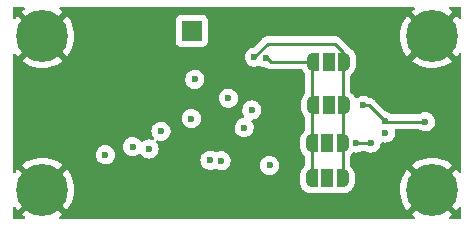
<source format=gbr>
%TF.GenerationSoftware,KiCad,Pcbnew,(6.0.4-0)*%
%TF.CreationDate,2022-07-19T08:11:49-06:00*%
%TF.ProjectId,two-wire-single,74776f2d-7769-4726-952d-73696e676c65,rev?*%
%TF.SameCoordinates,Original*%
%TF.FileFunction,Copper,L4,Bot*%
%TF.FilePolarity,Positive*%
%FSLAX46Y46*%
G04 Gerber Fmt 4.6, Leading zero omitted, Abs format (unit mm)*
G04 Created by KiCad (PCBNEW (6.0.4-0)) date 2022-07-19 08:11:49*
%MOMM*%
%LPD*%
G01*
G04 APERTURE LIST*
G04 Aperture macros list*
%AMFreePoly0*
4,1,22,0.550000,-0.750000,0.000000,-0.750000,0.000000,-0.745033,-0.079941,-0.743568,-0.215256,-0.701293,-0.333266,-0.622738,-0.424486,-0.514219,-0.481581,-0.384460,-0.499164,-0.250000,-0.500000,-0.250000,-0.500000,0.250000,-0.499164,0.250000,-0.499963,0.256109,-0.478152,0.396186,-0.417904,0.524511,-0.324060,0.630769,-0.204165,0.706417,-0.067858,0.745374,0.000000,0.744959,0.000000,0.750000,
0.550000,0.750000,0.550000,-0.750000,0.550000,-0.750000,$1*%
%AMFreePoly1*
4,1,20,0.000000,0.744959,0.073905,0.744508,0.209726,0.703889,0.328688,0.626782,0.421226,0.519385,0.479903,0.390333,0.500000,0.250000,0.500000,-0.250000,0.499851,-0.262216,0.476331,-0.402017,0.414519,-0.529596,0.319384,-0.634700,0.198574,-0.708877,0.061801,-0.746166,0.000000,-0.745033,0.000000,-0.750000,-0.550000,-0.750000,-0.550000,0.750000,0.000000,0.750000,0.000000,0.744959,
0.000000,0.744959,$1*%
G04 Aperture macros list end*
%TA.AperFunction,ComponentPad*%
%ADD10C,0.700000*%
%TD*%
%TA.AperFunction,ComponentPad*%
%ADD11C,4.400000*%
%TD*%
%TA.AperFunction,ComponentPad*%
%ADD12R,1.700000X1.700000*%
%TD*%
%TA.AperFunction,SMDPad,CuDef*%
%ADD13FreePoly0,0.000000*%
%TD*%
%TA.AperFunction,SMDPad,CuDef*%
%ADD14R,1.000000X1.500000*%
%TD*%
%TA.AperFunction,SMDPad,CuDef*%
%ADD15FreePoly1,0.000000*%
%TD*%
%TA.AperFunction,ViaPad*%
%ADD16C,0.600000*%
%TD*%
%TA.AperFunction,Conductor*%
%ADD17C,0.250000*%
%TD*%
G04 APERTURE END LIST*
D10*
%TO.P,MH1,1,Pin_1*%
%TO.N,GNDPWR*%
X101350000Y-84000000D03*
X103000000Y-82350000D03*
X104166726Y-85166726D03*
X104166726Y-82833274D03*
D11*
X103000000Y-84000000D03*
D10*
X104650000Y-84000000D03*
X101833274Y-82833274D03*
X101833274Y-85166726D03*
X103000000Y-85650000D03*
%TD*%
D11*
%TO.P,MH2,1,Pin_1*%
%TO.N,GNDPWR*%
X136000000Y-84000000D03*
D10*
X137166726Y-82833274D03*
X134350000Y-84000000D03*
X137650000Y-84000000D03*
X137166726Y-85166726D03*
X136000000Y-82350000D03*
X136000000Y-85650000D03*
X134833274Y-85166726D03*
X134833274Y-82833274D03*
%TD*%
%TO.P,MH3,1,Pin_1*%
%TO.N,GNDPWR*%
X101833274Y-98166726D03*
D11*
X103000000Y-97000000D03*
D10*
X104166726Y-98166726D03*
X101833274Y-95833274D03*
X104166726Y-95833274D03*
X103000000Y-95350000D03*
X104650000Y-97000000D03*
X101350000Y-97000000D03*
X103000000Y-98650000D03*
%TD*%
D11*
%TO.P,MH4,1,Pin_1*%
%TO.N,GNDPWR*%
X136000000Y-97000000D03*
D10*
X134833274Y-95833274D03*
X134350000Y-97000000D03*
X137650000Y-97000000D03*
X136000000Y-95350000D03*
X137166726Y-98166726D03*
X137166726Y-95833274D03*
X134833274Y-98166726D03*
X136000000Y-98650000D03*
%TD*%
D12*
%TO.P,J3,1,Pin_1*%
%TO.N,/Channel1/~{DRDY}*%
X115650000Y-83550000D03*
%TD*%
D13*
%TO.P,JP12,1,A*%
%TO.N,/Channel1/A0*%
X125950000Y-86150000D03*
D14*
%TO.P,JP12,2,C*%
%TO.N,GND*%
X127250000Y-86150000D03*
D15*
%TO.P,JP12,3,B*%
%TO.N,/Channel1/A1*%
X128550000Y-86150000D03*
%TD*%
D13*
%TO.P,JP13,1,A*%
%TO.N,/Channel1/A0*%
X125950000Y-89850000D03*
D14*
%TO.P,JP13,2,C*%
%TO.N,VD*%
X127250000Y-89850000D03*
D15*
%TO.P,JP13,3,B*%
%TO.N,/Channel1/A1*%
X128550000Y-89850000D03*
%TD*%
D13*
%TO.P,JP14,1,A*%
%TO.N,/Channel1/A0*%
X125850000Y-93050000D03*
D14*
%TO.P,JP14,2,C*%
%TO.N,/Channel1/sda*%
X127150000Y-93050000D03*
D15*
%TO.P,JP14,3,B*%
%TO.N,/Channel1/A1*%
X128450000Y-93050000D03*
%TD*%
D13*
%TO.P,JP9,1,A*%
%TO.N,/Channel1/A0*%
X125850000Y-96050000D03*
D14*
%TO.P,JP9,2,C*%
%TO.N,/Channel1/scl*%
X127150000Y-96050000D03*
D15*
%TO.P,JP9,3,B*%
%TO.N,/Channel1/A1*%
X128450000Y-96050000D03*
%TD*%
D16*
%TO.N,GND*%
X127250000Y-86150000D03*
X120750000Y-90250000D03*
X112050000Y-93550000D03*
X132050000Y-92200000D03*
X118750000Y-89250000D03*
X122250000Y-94950000D03*
X113050000Y-92050000D03*
%TO.N,/Channel1/AIN1*%
X117201808Y-94501808D03*
X110650000Y-93350000D03*
%TO.N,/Channel1/AIN0*%
X108350000Y-94050000D03*
X118150000Y-94550000D03*
%TO.N,VD*%
X132000000Y-91200000D03*
X127250000Y-89850000D03*
X135450000Y-91250000D03*
X130200000Y-89850000D03*
%TO.N,Net-(C11-Pad2)*%
X115925000Y-87650000D03*
X115625000Y-90975000D03*
%TO.N,/Channel1/A1*%
X120968090Y-85773551D03*
%TO.N,/Channel1/A0*%
X121950000Y-85850000D03*
%TO.N,/Channel1/~{DRDY}*%
X120100000Y-91750000D03*
%TO.N,/sda-tx*%
X129600010Y-93050000D03*
X130850010Y-93050000D03*
%TO.N,/Channel1/sda*%
X127150000Y-93050000D03*
%TO.N,/Channel1/scl*%
X127150000Y-96050000D03*
%TD*%
D17*
%TO.N,VD*%
X130650000Y-89850000D02*
X132000000Y-91200000D01*
X132050000Y-91250000D02*
X132000000Y-91200000D01*
X135450000Y-91250000D02*
X132050000Y-91250000D01*
X130200000Y-89850000D02*
X130650000Y-89850000D01*
%TO.N,/Channel1/A1*%
X122091641Y-84650000D02*
X127797592Y-84650000D01*
X127797592Y-84650000D02*
X128450000Y-85302408D01*
X128450000Y-95302408D02*
X128450000Y-96050000D01*
X128450000Y-85302408D02*
X128450000Y-95302408D01*
X120968090Y-85773551D02*
X122091641Y-84650000D01*
%TO.N,/Channel1/A0*%
X122350000Y-86150000D02*
X122050000Y-85850000D01*
X125850000Y-96050000D02*
X125850000Y-86250000D01*
X125950000Y-86150000D02*
X122350000Y-86150000D01*
X122050000Y-85850000D02*
X121950000Y-85850000D01*
%TO.N,/sda-tx*%
X130850010Y-93050000D02*
X129600010Y-93050000D01*
%TD*%
%TA.AperFunction,Conductor*%
%TO.N,GNDPWR*%
G36*
X101501296Y-81528502D02*
G01*
X101547789Y-81582158D01*
X101557893Y-81652432D01*
X101528399Y-81717012D01*
X101497597Y-81742786D01*
X101478350Y-81754237D01*
X101472091Y-81758490D01*
X101286385Y-81901762D01*
X101277917Y-81913423D01*
X101284520Y-81925309D01*
X102987190Y-83627980D01*
X103001131Y-83635592D01*
X103002966Y-83635461D01*
X103009580Y-83631210D01*
X104714559Y-81926230D01*
X104721571Y-81913389D01*
X104713777Y-81902701D01*
X104551298Y-81774613D01*
X104545075Y-81770288D01*
X104498813Y-81742105D01*
X104451044Y-81689582D01*
X104439254Y-81619571D01*
X104467186Y-81554300D01*
X104525972Y-81514492D01*
X104564366Y-81508500D01*
X134433175Y-81508500D01*
X134501296Y-81528502D01*
X134547789Y-81582158D01*
X134557893Y-81652432D01*
X134528399Y-81717012D01*
X134497597Y-81742786D01*
X134478350Y-81754237D01*
X134472091Y-81758490D01*
X134286385Y-81901762D01*
X134277917Y-81913423D01*
X134284520Y-81925309D01*
X135987190Y-83627980D01*
X136001131Y-83635592D01*
X136002966Y-83635461D01*
X136009580Y-83631210D01*
X137714559Y-81926230D01*
X137721571Y-81913389D01*
X137713777Y-81902701D01*
X137551298Y-81774613D01*
X137545075Y-81770288D01*
X137498813Y-81742105D01*
X137451044Y-81689582D01*
X137439254Y-81619571D01*
X137467186Y-81554300D01*
X137525972Y-81514492D01*
X137564366Y-81508500D01*
X138365500Y-81508500D01*
X138433621Y-81528502D01*
X138480114Y-81582158D01*
X138491500Y-81634500D01*
X138491500Y-82434491D01*
X138471498Y-82502612D01*
X138417842Y-82549105D01*
X138347568Y-82559209D01*
X138282988Y-82529715D01*
X138257553Y-82499480D01*
X138237763Y-82466609D01*
X138233481Y-82460377D01*
X138097991Y-82286647D01*
X138086199Y-82278178D01*
X138074486Y-82284725D01*
X136372020Y-83987190D01*
X136364408Y-84001131D01*
X136364539Y-84002966D01*
X136368790Y-84009580D01*
X138073285Y-85714074D01*
X138086408Y-85721240D01*
X138096709Y-85713851D01*
X138200751Y-85586055D01*
X138205159Y-85579921D01*
X138258938Y-85494686D01*
X138312205Y-85447748D01*
X138382392Y-85437059D01*
X138447217Y-85466014D01*
X138486096Y-85525418D01*
X138491500Y-85561922D01*
X138491500Y-95434491D01*
X138471498Y-95502612D01*
X138417842Y-95549105D01*
X138347568Y-95559209D01*
X138282988Y-95529715D01*
X138257553Y-95499480D01*
X138237763Y-95466609D01*
X138233481Y-95460377D01*
X138097991Y-95286647D01*
X138086199Y-95278178D01*
X138074486Y-95284725D01*
X136372020Y-96987190D01*
X136364408Y-97001131D01*
X136364539Y-97002966D01*
X136368790Y-97009580D01*
X138073285Y-98714074D01*
X138086408Y-98721240D01*
X138096709Y-98713851D01*
X138200751Y-98586055D01*
X138205159Y-98579921D01*
X138258938Y-98494686D01*
X138312205Y-98447748D01*
X138382392Y-98437059D01*
X138447217Y-98466014D01*
X138486096Y-98525418D01*
X138491500Y-98561922D01*
X138491500Y-99365500D01*
X138471498Y-99433621D01*
X138417842Y-99480114D01*
X138365500Y-99491500D01*
X137569317Y-99491500D01*
X137501196Y-99471498D01*
X137454703Y-99417842D01*
X137444599Y-99347568D01*
X137474093Y-99282988D01*
X137499596Y-99260548D01*
X137504347Y-99257392D01*
X137714305Y-99098889D01*
X137722761Y-99087496D01*
X137716045Y-99075256D01*
X136012810Y-97372020D01*
X135998869Y-97364408D01*
X135997034Y-97364539D01*
X135990420Y-97368790D01*
X134285818Y-99073393D01*
X134278703Y-99086423D01*
X134286227Y-99096854D01*
X134425483Y-99209020D01*
X134431664Y-99213413D01*
X134504100Y-99258588D01*
X134551317Y-99311608D01*
X134562373Y-99381738D01*
X134533759Y-99446713D01*
X134474559Y-99485903D01*
X134437424Y-99491500D01*
X104569317Y-99491500D01*
X104501196Y-99471498D01*
X104454703Y-99417842D01*
X104444599Y-99347568D01*
X104474093Y-99282988D01*
X104499596Y-99260548D01*
X104504347Y-99257392D01*
X104714305Y-99098889D01*
X104722761Y-99087496D01*
X104716045Y-99075256D01*
X103012810Y-97372020D01*
X102998869Y-97364408D01*
X102997034Y-97364539D01*
X102990420Y-97368790D01*
X101285818Y-99073393D01*
X101278703Y-99086423D01*
X101286227Y-99096854D01*
X101425483Y-99209020D01*
X101431664Y-99213413D01*
X101504100Y-99258588D01*
X101551317Y-99311608D01*
X101562373Y-99381738D01*
X101533759Y-99446713D01*
X101474559Y-99485903D01*
X101437424Y-99491500D01*
X100634500Y-99491500D01*
X100566379Y-99471498D01*
X100519886Y-99417842D01*
X100508500Y-99365500D01*
X100508500Y-98568320D01*
X100528502Y-98500199D01*
X100582158Y-98453706D01*
X100652432Y-98443602D01*
X100717012Y-98473096D01*
X100743120Y-98504463D01*
X100746296Y-98509866D01*
X100750519Y-98516150D01*
X100901463Y-98713934D01*
X100912989Y-98722396D01*
X100925054Y-98715735D01*
X102627980Y-97012810D01*
X102634357Y-97001131D01*
X103364408Y-97001131D01*
X103364539Y-97002966D01*
X103368790Y-97009580D01*
X105073285Y-98714074D01*
X105086408Y-98721240D01*
X105096709Y-98713851D01*
X105200751Y-98586055D01*
X105205164Y-98579914D01*
X105375349Y-98310187D01*
X105379005Y-98303536D01*
X105515544Y-98015335D01*
X105518375Y-98008295D01*
X105619306Y-97705767D01*
X105621270Y-97698433D01*
X105685122Y-97385989D01*
X105686194Y-97378465D01*
X105712173Y-97059051D01*
X105712378Y-97054576D01*
X105712927Y-97002221D01*
X105712817Y-96997789D01*
X105693529Y-96677853D01*
X105692621Y-96670351D01*
X105635319Y-96356593D01*
X105633518Y-96349260D01*
X105538935Y-96044655D01*
X105536263Y-96037583D01*
X105405781Y-95746570D01*
X105402264Y-95739843D01*
X105237771Y-95466621D01*
X105233481Y-95460377D01*
X105097991Y-95286647D01*
X105086199Y-95278178D01*
X105074486Y-95284725D01*
X103372020Y-96987190D01*
X103364408Y-97001131D01*
X102634357Y-97001131D01*
X102635592Y-96998869D01*
X102635461Y-96997034D01*
X102631210Y-96990420D01*
X100926445Y-95285656D01*
X100913510Y-95278592D01*
X100902949Y-95286252D01*
X100782766Y-95437072D01*
X100778410Y-95443270D01*
X100741760Y-95502727D01*
X100688988Y-95550220D01*
X100618916Y-95561644D01*
X100553792Y-95533370D01*
X100514293Y-95474376D01*
X100508500Y-95436611D01*
X100508500Y-94913423D01*
X101277917Y-94913423D01*
X101284520Y-94925309D01*
X102987190Y-96627980D01*
X103001131Y-96635592D01*
X103002966Y-96635461D01*
X103009580Y-96631210D01*
X104714559Y-94926230D01*
X104721571Y-94913389D01*
X104713777Y-94902701D01*
X104551298Y-94774613D01*
X104545075Y-94770288D01*
X104272702Y-94604357D01*
X104266025Y-94600822D01*
X103975686Y-94468813D01*
X103968616Y-94466099D01*
X103664537Y-94369932D01*
X103657186Y-94368085D01*
X103343746Y-94309142D01*
X103336237Y-94308194D01*
X103017989Y-94287335D01*
X103010424Y-94287295D01*
X102691964Y-94304821D01*
X102684450Y-94305690D01*
X102370405Y-94361348D01*
X102363044Y-94363115D01*
X102057980Y-94456092D01*
X102050860Y-94458740D01*
X101759182Y-94587690D01*
X101752445Y-94591167D01*
X101478355Y-94754233D01*
X101472091Y-94758490D01*
X101286385Y-94901762D01*
X101277917Y-94913423D01*
X100508500Y-94913423D01*
X100508500Y-94038640D01*
X107536463Y-94038640D01*
X107554163Y-94219160D01*
X107611418Y-94391273D01*
X107615065Y-94397295D01*
X107615066Y-94397297D01*
X107658378Y-94468813D01*
X107705380Y-94546424D01*
X107710269Y-94551487D01*
X107710270Y-94551488D01*
X107748588Y-94591167D01*
X107831382Y-94676902D01*
X107837278Y-94680760D01*
X107963093Y-94763091D01*
X107983159Y-94776222D01*
X107989763Y-94778678D01*
X107989765Y-94778679D01*
X108146558Y-94836990D01*
X108146560Y-94836990D01*
X108153168Y-94839448D01*
X108236995Y-94850633D01*
X108325980Y-94862507D01*
X108325984Y-94862507D01*
X108332961Y-94863438D01*
X108339972Y-94862800D01*
X108339976Y-94862800D01*
X108482459Y-94849832D01*
X108513600Y-94846998D01*
X108520302Y-94844820D01*
X108520304Y-94844820D01*
X108679409Y-94793124D01*
X108679412Y-94793123D01*
X108686108Y-94790947D01*
X108841912Y-94698069D01*
X108973266Y-94572982D01*
X109028101Y-94490448D01*
X116388271Y-94490448D01*
X116405971Y-94670968D01*
X116463226Y-94843081D01*
X116466873Y-94849103D01*
X116466874Y-94849105D01*
X116549330Y-94985256D01*
X116557188Y-94998232D01*
X116562077Y-95003295D01*
X116562078Y-95003296D01*
X116566671Y-95008052D01*
X116683190Y-95128710D01*
X116729356Y-95158920D01*
X116764941Y-95182206D01*
X116834967Y-95228030D01*
X116841571Y-95230486D01*
X116841573Y-95230487D01*
X116998366Y-95288798D01*
X116998368Y-95288798D01*
X117004976Y-95291256D01*
X117074900Y-95300586D01*
X117177788Y-95314315D01*
X117177792Y-95314315D01*
X117184769Y-95315246D01*
X117191780Y-95314608D01*
X117191784Y-95314608D01*
X117334267Y-95301640D01*
X117365408Y-95298806D01*
X117372110Y-95296628D01*
X117372112Y-95296628D01*
X117531217Y-95244932D01*
X117531220Y-95244931D01*
X117537916Y-95242755D01*
X117562618Y-95228030D01*
X117571859Y-95222521D01*
X117640614Y-95204821D01*
X117705368Y-95225317D01*
X117783159Y-95276222D01*
X117789763Y-95278678D01*
X117789765Y-95278679D01*
X117946558Y-95336990D01*
X117946560Y-95336990D01*
X117953168Y-95339448D01*
X118036995Y-95350633D01*
X118125980Y-95362507D01*
X118125984Y-95362507D01*
X118132961Y-95363438D01*
X118139972Y-95362800D01*
X118139976Y-95362800D01*
X118282459Y-95349832D01*
X118313600Y-95346998D01*
X118320302Y-95344820D01*
X118320304Y-95344820D01*
X118479409Y-95293124D01*
X118479412Y-95293123D01*
X118486108Y-95290947D01*
X118598124Y-95224172D01*
X118635860Y-95201677D01*
X118635862Y-95201676D01*
X118641912Y-95198069D01*
X118773266Y-95072982D01*
X118862522Y-94938640D01*
X121436463Y-94938640D01*
X121454163Y-95119160D01*
X121511418Y-95291273D01*
X121515065Y-95297295D01*
X121515066Y-95297297D01*
X121540594Y-95339448D01*
X121605380Y-95446424D01*
X121610269Y-95451487D01*
X121610270Y-95451488D01*
X121685814Y-95529715D01*
X121731382Y-95576902D01*
X121883159Y-95676222D01*
X121889763Y-95678678D01*
X121889765Y-95678679D01*
X122046558Y-95736990D01*
X122046560Y-95736990D01*
X122053168Y-95739448D01*
X122136995Y-95750633D01*
X122225980Y-95762507D01*
X122225984Y-95762507D01*
X122232961Y-95763438D01*
X122239972Y-95762800D01*
X122239976Y-95762800D01*
X122382459Y-95749832D01*
X122413600Y-95746998D01*
X122420302Y-95744820D01*
X122420304Y-95744820D01*
X122579409Y-95693124D01*
X122579412Y-95693123D01*
X122586108Y-95690947D01*
X122741912Y-95598069D01*
X122873266Y-95472982D01*
X122973643Y-95321902D01*
X123038055Y-95152338D01*
X123039035Y-95145366D01*
X123062748Y-94976639D01*
X123062748Y-94976636D01*
X123063299Y-94972717D01*
X123063616Y-94950000D01*
X123043397Y-94769745D01*
X123041080Y-94763091D01*
X122986064Y-94605106D01*
X122986062Y-94605103D01*
X122983745Y-94598448D01*
X122916260Y-94490448D01*
X122891359Y-94450598D01*
X122887626Y-94444624D01*
X122878835Y-94435771D01*
X122764778Y-94320915D01*
X122764774Y-94320912D01*
X122759815Y-94315918D01*
X122748697Y-94308862D01*
X122670000Y-94258920D01*
X122606666Y-94218727D01*
X122549716Y-94198448D01*
X122442425Y-94160243D01*
X122442420Y-94160242D01*
X122435790Y-94157881D01*
X122428802Y-94157048D01*
X122428799Y-94157047D01*
X122286222Y-94140046D01*
X122255680Y-94136404D01*
X122248677Y-94137140D01*
X122248676Y-94137140D01*
X122082288Y-94154628D01*
X122082286Y-94154629D01*
X122075288Y-94155364D01*
X121903579Y-94213818D01*
X121897575Y-94217512D01*
X121755095Y-94305166D01*
X121755092Y-94305168D01*
X121749088Y-94308862D01*
X121744053Y-94313793D01*
X121744050Y-94313795D01*
X121627660Y-94427773D01*
X121619493Y-94435771D01*
X121521235Y-94588238D01*
X121518826Y-94594858D01*
X121518824Y-94594861D01*
X121464045Y-94745366D01*
X121459197Y-94758685D01*
X121436463Y-94938640D01*
X118862522Y-94938640D01*
X118873643Y-94921902D01*
X118928982Y-94776222D01*
X118935555Y-94758920D01*
X118935556Y-94758918D01*
X118938055Y-94752338D01*
X118939035Y-94745366D01*
X118962748Y-94576639D01*
X118962748Y-94576636D01*
X118963299Y-94572717D01*
X118963616Y-94550000D01*
X118943397Y-94369745D01*
X118941080Y-94363091D01*
X118886064Y-94205106D01*
X118886062Y-94205103D01*
X118883745Y-94198448D01*
X118856823Y-94155364D01*
X118791359Y-94050598D01*
X118787626Y-94044624D01*
X118776488Y-94033408D01*
X118664778Y-93920915D01*
X118664774Y-93920912D01*
X118659815Y-93915918D01*
X118636192Y-93900926D01*
X118587058Y-93869745D01*
X118506666Y-93818727D01*
X118477463Y-93808328D01*
X118342425Y-93760243D01*
X118342420Y-93760242D01*
X118335790Y-93757881D01*
X118328802Y-93757048D01*
X118328799Y-93757047D01*
X118205698Y-93742368D01*
X118155680Y-93736404D01*
X118148677Y-93737140D01*
X118148676Y-93737140D01*
X117982288Y-93754628D01*
X117982286Y-93754629D01*
X117975288Y-93755364D01*
X117909826Y-93777649D01*
X117810249Y-93811547D01*
X117810246Y-93811548D01*
X117803579Y-93813818D01*
X117780813Y-93827824D01*
X117712312Y-93846482D01*
X117647277Y-93826891D01*
X117640367Y-93822506D01*
X117558474Y-93770535D01*
X117507371Y-93752338D01*
X117394233Y-93712051D01*
X117394228Y-93712050D01*
X117387598Y-93709689D01*
X117380610Y-93708856D01*
X117380607Y-93708855D01*
X117257506Y-93694176D01*
X117207488Y-93688212D01*
X117200485Y-93688948D01*
X117200484Y-93688948D01*
X117034096Y-93706436D01*
X117034094Y-93706437D01*
X117027096Y-93707172D01*
X116855387Y-93765626D01*
X116847408Y-93770535D01*
X116706903Y-93856974D01*
X116706900Y-93856976D01*
X116700896Y-93860670D01*
X116695861Y-93865601D01*
X116695858Y-93865603D01*
X116620904Y-93939004D01*
X116571301Y-93987579D01*
X116473043Y-94140046D01*
X116470634Y-94146666D01*
X116470632Y-94146669D01*
X116443030Y-94222506D01*
X116411005Y-94310493D01*
X116388271Y-94490448D01*
X109028101Y-94490448D01*
X109073643Y-94421902D01*
X109138055Y-94252338D01*
X109139035Y-94245366D01*
X109162748Y-94076639D01*
X109162748Y-94076636D01*
X109163299Y-94072717D01*
X109163616Y-94050000D01*
X109143397Y-93869745D01*
X109141080Y-93863091D01*
X109086064Y-93705106D01*
X109086062Y-93705103D01*
X109083745Y-93698448D01*
X109048940Y-93642748D01*
X108991359Y-93550598D01*
X108987626Y-93544624D01*
X108955379Y-93512151D01*
X108864778Y-93420915D01*
X108864774Y-93420912D01*
X108859815Y-93415918D01*
X108848697Y-93408862D01*
X108779396Y-93364883D01*
X108738044Y-93338640D01*
X109836463Y-93338640D01*
X109854163Y-93519160D01*
X109911418Y-93691273D01*
X109915065Y-93697295D01*
X109915066Y-93697297D01*
X110001720Y-93840380D01*
X110005380Y-93846424D01*
X110010269Y-93851487D01*
X110010270Y-93851488D01*
X110071907Y-93915314D01*
X110131382Y-93976902D01*
X110156305Y-93993211D01*
X110248846Y-94053768D01*
X110283159Y-94076222D01*
X110289763Y-94078678D01*
X110289765Y-94078679D01*
X110446558Y-94136990D01*
X110446560Y-94136990D01*
X110453168Y-94139448D01*
X110536995Y-94150633D01*
X110625980Y-94162507D01*
X110625984Y-94162507D01*
X110632961Y-94163438D01*
X110639972Y-94162800D01*
X110639976Y-94162800D01*
X110783625Y-94149726D01*
X110813600Y-94146998D01*
X110820302Y-94144820D01*
X110820304Y-94144820D01*
X110979409Y-94093124D01*
X110979412Y-94093123D01*
X110986108Y-94090947D01*
X111121698Y-94010119D01*
X111135860Y-94001677D01*
X111135862Y-94001676D01*
X111141912Y-93998069D01*
X111164579Y-93976484D01*
X111176951Y-93964702D01*
X111240076Y-93932210D01*
X111310747Y-93939004D01*
X111366526Y-93982926D01*
X111371615Y-93990671D01*
X111379505Y-94003699D01*
X111401264Y-94039627D01*
X111405380Y-94046424D01*
X111410269Y-94051487D01*
X111410270Y-94051488D01*
X111440307Y-94082592D01*
X111531382Y-94176902D01*
X111683159Y-94276222D01*
X111689763Y-94278678D01*
X111689765Y-94278679D01*
X111846558Y-94336990D01*
X111846560Y-94336990D01*
X111853168Y-94339448D01*
X111936995Y-94350633D01*
X112025980Y-94362507D01*
X112025984Y-94362507D01*
X112032961Y-94363438D01*
X112039972Y-94362800D01*
X112039976Y-94362800D01*
X112182459Y-94349832D01*
X112213600Y-94346998D01*
X112220302Y-94344820D01*
X112220304Y-94344820D01*
X112379409Y-94293124D01*
X112379412Y-94293123D01*
X112386108Y-94290947D01*
X112509296Y-94217512D01*
X112535860Y-94201677D01*
X112535862Y-94201676D01*
X112541912Y-94198069D01*
X112673266Y-94072982D01*
X112773643Y-93921902D01*
X112832041Y-93768170D01*
X112835555Y-93758920D01*
X112835556Y-93758918D01*
X112838055Y-93752338D01*
X112840191Y-93737140D01*
X112862748Y-93576639D01*
X112862748Y-93576636D01*
X112863299Y-93572717D01*
X112863616Y-93550000D01*
X112843397Y-93369745D01*
X112823921Y-93313818D01*
X112786064Y-93205106D01*
X112786062Y-93205103D01*
X112783745Y-93198448D01*
X112687626Y-93044624D01*
X112671447Y-93028331D01*
X112637639Y-92965902D01*
X112642950Y-92895104D01*
X112685694Y-92838417D01*
X112752301Y-92813838D01*
X112804770Y-92821449D01*
X112853168Y-92839448D01*
X112936687Y-92850592D01*
X113025980Y-92862507D01*
X113025984Y-92862507D01*
X113032961Y-92863438D01*
X113039972Y-92862800D01*
X113039976Y-92862800D01*
X113182459Y-92849832D01*
X113213600Y-92846998D01*
X113220302Y-92844820D01*
X113220304Y-92844820D01*
X113379409Y-92793124D01*
X113379412Y-92793123D01*
X113386108Y-92790947D01*
X113513854Y-92714795D01*
X113535860Y-92701677D01*
X113535862Y-92701676D01*
X113541912Y-92698069D01*
X113673266Y-92572982D01*
X113773643Y-92421902D01*
X113835052Y-92260243D01*
X113835555Y-92258920D01*
X113835556Y-92258918D01*
X113838055Y-92252338D01*
X113840191Y-92237140D01*
X113862748Y-92076639D01*
X113862748Y-92076636D01*
X113863299Y-92072717D01*
X113863616Y-92050000D01*
X113843397Y-91869745D01*
X113841080Y-91863091D01*
X113786064Y-91705106D01*
X113786062Y-91705103D01*
X113783745Y-91698448D01*
X113773662Y-91682312D01*
X113691359Y-91550598D01*
X113687626Y-91544624D01*
X113646134Y-91502841D01*
X113564778Y-91420915D01*
X113564774Y-91420912D01*
X113559815Y-91415918D01*
X113548697Y-91408862D01*
X113460314Y-91352773D01*
X113406666Y-91318727D01*
X113377463Y-91308328D01*
X113242425Y-91260243D01*
X113242420Y-91260242D01*
X113235790Y-91257881D01*
X113228802Y-91257048D01*
X113228799Y-91257047D01*
X113105698Y-91242368D01*
X113055680Y-91236404D01*
X113048677Y-91237140D01*
X113048676Y-91237140D01*
X112882288Y-91254628D01*
X112882286Y-91254629D01*
X112875288Y-91255364D01*
X112703579Y-91313818D01*
X112665161Y-91337453D01*
X112555095Y-91405166D01*
X112555092Y-91405168D01*
X112549088Y-91408862D01*
X112544053Y-91413793D01*
X112544050Y-91413795D01*
X112453120Y-91502841D01*
X112419493Y-91535771D01*
X112321235Y-91688238D01*
X112318826Y-91694858D01*
X112318824Y-91694861D01*
X112261606Y-91852066D01*
X112259197Y-91858685D01*
X112236463Y-92038640D01*
X112254163Y-92219160D01*
X112311418Y-92391273D01*
X112315065Y-92397295D01*
X112315066Y-92397297D01*
X112401720Y-92540380D01*
X112405380Y-92546424D01*
X112410271Y-92551489D01*
X112410275Y-92551494D01*
X112432305Y-92574307D01*
X112465237Y-92637203D01*
X112458937Y-92707920D01*
X112415404Y-92764004D01*
X112348461Y-92787650D01*
X112299402Y-92780532D01*
X112272991Y-92771128D01*
X112242424Y-92760243D01*
X112242422Y-92760243D01*
X112235790Y-92757881D01*
X112228802Y-92757048D01*
X112228799Y-92757047D01*
X112105698Y-92742368D01*
X112055680Y-92736404D01*
X112048677Y-92737140D01*
X112048676Y-92737140D01*
X111882288Y-92754628D01*
X111882286Y-92754629D01*
X111875288Y-92755364D01*
X111703579Y-92813818D01*
X111667895Y-92835771D01*
X111555095Y-92905166D01*
X111555092Y-92905168D01*
X111549088Y-92908862D01*
X111544053Y-92913793D01*
X111544050Y-92913795D01*
X111523751Y-92933674D01*
X111461086Y-92967045D01*
X111390327Y-92961239D01*
X111333940Y-92918100D01*
X111328758Y-92910449D01*
X111287626Y-92844624D01*
X111257054Y-92813838D01*
X111164778Y-92720915D01*
X111164774Y-92720912D01*
X111159815Y-92715918D01*
X111151078Y-92710373D01*
X111098335Y-92676902D01*
X111006666Y-92618727D01*
X110977463Y-92608328D01*
X110842425Y-92560243D01*
X110842420Y-92560242D01*
X110835790Y-92557881D01*
X110828802Y-92557048D01*
X110828799Y-92557047D01*
X110705698Y-92542368D01*
X110655680Y-92536404D01*
X110648677Y-92537140D01*
X110648676Y-92537140D01*
X110482288Y-92554628D01*
X110482286Y-92554629D01*
X110475288Y-92555364D01*
X110303579Y-92613818D01*
X110241109Y-92652250D01*
X110155095Y-92705166D01*
X110155092Y-92705168D01*
X110149088Y-92708862D01*
X110144053Y-92713793D01*
X110144050Y-92713795D01*
X110034118Y-92821449D01*
X110019493Y-92835771D01*
X109921235Y-92988238D01*
X109918826Y-92994858D01*
X109918824Y-92994861D01*
X109890487Y-93072717D01*
X109859197Y-93158685D01*
X109836463Y-93338640D01*
X108738044Y-93338640D01*
X108706666Y-93318727D01*
X108677463Y-93308328D01*
X108542425Y-93260243D01*
X108542420Y-93260242D01*
X108535790Y-93257881D01*
X108528802Y-93257048D01*
X108528799Y-93257047D01*
X108405698Y-93242368D01*
X108355680Y-93236404D01*
X108348677Y-93237140D01*
X108348676Y-93237140D01*
X108182288Y-93254628D01*
X108182286Y-93254629D01*
X108175288Y-93255364D01*
X108003579Y-93313818D01*
X107997575Y-93317512D01*
X107855095Y-93405166D01*
X107855092Y-93405168D01*
X107849088Y-93408862D01*
X107844053Y-93413793D01*
X107844050Y-93413795D01*
X107729630Y-93525844D01*
X107719493Y-93535771D01*
X107621235Y-93688238D01*
X107618826Y-93694858D01*
X107618824Y-93694861D01*
X107561606Y-93852066D01*
X107559197Y-93858685D01*
X107536463Y-94038640D01*
X100508500Y-94038640D01*
X100508500Y-90963640D01*
X114811463Y-90963640D01*
X114829163Y-91144160D01*
X114886418Y-91316273D01*
X114890065Y-91322295D01*
X114890066Y-91322297D01*
X114964599Y-91445366D01*
X114980380Y-91471424D01*
X115106382Y-91601902D01*
X115258159Y-91701222D01*
X115264763Y-91703678D01*
X115264765Y-91703679D01*
X115421558Y-91761990D01*
X115421560Y-91761990D01*
X115428168Y-91764448D01*
X115511995Y-91775633D01*
X115600980Y-91787507D01*
X115600984Y-91787507D01*
X115607961Y-91788438D01*
X115614972Y-91787800D01*
X115614976Y-91787800D01*
X115757459Y-91774832D01*
X115788600Y-91771998D01*
X115795302Y-91769820D01*
X115795304Y-91769820D01*
X115891267Y-91738640D01*
X119286463Y-91738640D01*
X119304163Y-91919160D01*
X119361418Y-92091273D01*
X119365065Y-92097295D01*
X119365066Y-92097297D01*
X119449817Y-92237238D01*
X119455380Y-92246424D01*
X119460269Y-92251487D01*
X119460270Y-92251488D01*
X119468674Y-92260190D01*
X119581382Y-92376902D01*
X119733159Y-92476222D01*
X119739763Y-92478678D01*
X119739765Y-92478679D01*
X119896558Y-92536990D01*
X119896560Y-92536990D01*
X119903168Y-92539448D01*
X119986995Y-92550633D01*
X120075980Y-92562507D01*
X120075984Y-92562507D01*
X120082961Y-92563438D01*
X120089972Y-92562800D01*
X120089976Y-92562800D01*
X120232459Y-92549832D01*
X120263600Y-92546998D01*
X120270302Y-92544820D01*
X120270304Y-92544820D01*
X120429409Y-92493124D01*
X120429412Y-92493123D01*
X120436108Y-92490947D01*
X120561970Y-92415918D01*
X120585860Y-92401677D01*
X120585862Y-92401676D01*
X120591912Y-92398069D01*
X120723266Y-92272982D01*
X120823643Y-92121902D01*
X120874759Y-91987340D01*
X120885555Y-91958920D01*
X120885556Y-91958918D01*
X120888055Y-91952338D01*
X120889035Y-91945366D01*
X120912748Y-91776639D01*
X120912748Y-91776636D01*
X120913299Y-91772717D01*
X120913616Y-91750000D01*
X120893397Y-91569745D01*
X120891080Y-91563091D01*
X120836064Y-91405106D01*
X120836062Y-91405103D01*
X120833745Y-91398448D01*
X120738780Y-91246471D01*
X120719645Y-91178104D01*
X120740510Y-91110243D01*
X120794752Y-91064435D01*
X120834215Y-91054223D01*
X120882846Y-91049797D01*
X120913600Y-91046998D01*
X120920302Y-91044820D01*
X120920304Y-91044820D01*
X121079409Y-90993124D01*
X121079412Y-90993123D01*
X121086108Y-90990947D01*
X121199105Y-90923587D01*
X121235860Y-90901677D01*
X121235862Y-90901676D01*
X121241912Y-90898069D01*
X121373266Y-90772982D01*
X121473643Y-90621902D01*
X121516179Y-90509926D01*
X121535555Y-90458920D01*
X121535556Y-90458918D01*
X121538055Y-90452338D01*
X121540191Y-90437140D01*
X121562748Y-90276639D01*
X121562748Y-90276636D01*
X121563299Y-90272717D01*
X121563616Y-90250000D01*
X121543397Y-90069745D01*
X121541080Y-90063091D01*
X121486064Y-89905106D01*
X121486062Y-89905103D01*
X121483745Y-89898448D01*
X121387626Y-89744624D01*
X121309858Y-89666311D01*
X121264778Y-89620915D01*
X121264774Y-89620912D01*
X121259815Y-89615918D01*
X121248697Y-89608862D01*
X121200538Y-89578300D01*
X121106666Y-89518727D01*
X121077463Y-89508328D01*
X120942425Y-89460243D01*
X120942420Y-89460242D01*
X120935790Y-89457881D01*
X120928802Y-89457048D01*
X120928799Y-89457047D01*
X120805698Y-89442368D01*
X120755680Y-89436404D01*
X120748677Y-89437140D01*
X120748676Y-89437140D01*
X120582288Y-89454628D01*
X120582286Y-89454629D01*
X120575288Y-89455364D01*
X120403579Y-89513818D01*
X120397575Y-89517512D01*
X120255095Y-89605166D01*
X120255092Y-89605168D01*
X120249088Y-89608862D01*
X120244053Y-89613793D01*
X120244050Y-89613795D01*
X120124525Y-89730843D01*
X120119493Y-89735771D01*
X120021235Y-89888238D01*
X120018826Y-89894858D01*
X120018824Y-89894861D01*
X119964243Y-90044820D01*
X119959197Y-90058685D01*
X119936463Y-90238640D01*
X119954163Y-90419160D01*
X120011418Y-90591273D01*
X120015065Y-90597295D01*
X120015066Y-90597297D01*
X120045166Y-90646998D01*
X120105022Y-90745833D01*
X120105380Y-90746424D01*
X120105276Y-90746487D01*
X120129827Y-90809667D01*
X120115682Y-90879241D01*
X120066168Y-90930122D01*
X120017453Y-90945677D01*
X119932288Y-90954628D01*
X119932286Y-90954629D01*
X119925288Y-90955364D01*
X119753579Y-91013818D01*
X119747575Y-91017512D01*
X119605095Y-91105166D01*
X119605092Y-91105168D01*
X119599088Y-91108862D01*
X119594053Y-91113793D01*
X119594050Y-91113795D01*
X119522441Y-91183920D01*
X119469493Y-91235771D01*
X119371235Y-91388238D01*
X119368826Y-91394858D01*
X119368824Y-91394861D01*
X119314315Y-91544624D01*
X119309197Y-91558685D01*
X119286463Y-91738640D01*
X115891267Y-91738640D01*
X115954409Y-91718124D01*
X115954412Y-91718123D01*
X115961108Y-91715947D01*
X116116912Y-91623069D01*
X116248266Y-91497982D01*
X116348643Y-91346902D01*
X116413055Y-91177338D01*
X116415349Y-91161014D01*
X116437748Y-91001639D01*
X116437748Y-91001636D01*
X116438299Y-90997717D01*
X116438616Y-90975000D01*
X116418397Y-90794745D01*
X116416080Y-90788091D01*
X116361064Y-90630106D01*
X116361062Y-90630103D01*
X116358745Y-90623448D01*
X116355009Y-90617469D01*
X116266359Y-90475598D01*
X116262626Y-90469624D01*
X116253510Y-90460444D01*
X116139778Y-90345915D01*
X116139774Y-90345912D01*
X116134815Y-90340918D01*
X116123697Y-90333862D01*
X116021107Y-90268757D01*
X115981666Y-90243727D01*
X115952463Y-90233328D01*
X115817425Y-90185243D01*
X115817420Y-90185242D01*
X115810790Y-90182881D01*
X115803802Y-90182048D01*
X115803799Y-90182047D01*
X115680698Y-90167368D01*
X115630680Y-90161404D01*
X115623677Y-90162140D01*
X115623676Y-90162140D01*
X115457288Y-90179628D01*
X115457286Y-90179629D01*
X115450288Y-90180364D01*
X115278579Y-90238818D01*
X115264457Y-90247506D01*
X115130095Y-90330166D01*
X115130092Y-90330168D01*
X115124088Y-90333862D01*
X115119053Y-90338793D01*
X115119050Y-90338795D01*
X115003104Y-90452338D01*
X114994493Y-90460771D01*
X114896235Y-90613238D01*
X114893826Y-90619858D01*
X114893824Y-90619861D01*
X114836606Y-90777066D01*
X114834197Y-90783685D01*
X114811463Y-90963640D01*
X100508500Y-90963640D01*
X100508500Y-89238640D01*
X117936463Y-89238640D01*
X117954163Y-89419160D01*
X118011418Y-89591273D01*
X118015065Y-89597295D01*
X118015066Y-89597297D01*
X118101264Y-89739627D01*
X118105380Y-89746424D01*
X118231382Y-89876902D01*
X118383159Y-89976222D01*
X118389763Y-89978678D01*
X118389765Y-89978679D01*
X118546558Y-90036990D01*
X118546560Y-90036990D01*
X118553168Y-90039448D01*
X118636995Y-90050633D01*
X118725980Y-90062507D01*
X118725984Y-90062507D01*
X118732961Y-90063438D01*
X118739972Y-90062800D01*
X118739976Y-90062800D01*
X118882459Y-90049832D01*
X118913600Y-90046998D01*
X118920302Y-90044820D01*
X118920304Y-90044820D01*
X119079409Y-89993124D01*
X119079412Y-89993123D01*
X119086108Y-89990947D01*
X119182513Y-89933478D01*
X119235860Y-89901677D01*
X119235862Y-89901676D01*
X119241912Y-89898069D01*
X119373266Y-89772982D01*
X119473643Y-89621902D01*
X119538055Y-89452338D01*
X119540191Y-89437140D01*
X119562748Y-89276639D01*
X119562748Y-89276636D01*
X119563299Y-89272717D01*
X119563616Y-89250000D01*
X119543397Y-89069745D01*
X119540088Y-89060243D01*
X119486064Y-88905106D01*
X119486062Y-88905103D01*
X119483745Y-88898448D01*
X119387626Y-88744624D01*
X119373941Y-88730843D01*
X119264778Y-88620915D01*
X119264774Y-88620912D01*
X119259815Y-88615918D01*
X119248697Y-88608862D01*
X119130135Y-88533621D01*
X119106666Y-88518727D01*
X119077463Y-88508328D01*
X118942425Y-88460243D01*
X118942420Y-88460242D01*
X118935790Y-88457881D01*
X118928802Y-88457048D01*
X118928799Y-88457047D01*
X118789023Y-88440380D01*
X118755680Y-88436404D01*
X118748677Y-88437140D01*
X118748676Y-88437140D01*
X118582288Y-88454628D01*
X118582286Y-88454629D01*
X118575288Y-88455364D01*
X118403579Y-88513818D01*
X118397575Y-88517512D01*
X118255095Y-88605166D01*
X118255092Y-88605168D01*
X118249088Y-88608862D01*
X118244053Y-88613793D01*
X118244050Y-88613795D01*
X118134460Y-88721114D01*
X118119493Y-88735771D01*
X118021235Y-88888238D01*
X118018826Y-88894858D01*
X118018824Y-88894861D01*
X117984521Y-88989108D01*
X117959197Y-89058685D01*
X117936463Y-89238640D01*
X100508500Y-89238640D01*
X100508500Y-87638640D01*
X115111463Y-87638640D01*
X115129163Y-87819160D01*
X115186418Y-87991273D01*
X115190065Y-87997295D01*
X115190066Y-87997297D01*
X115200978Y-88015314D01*
X115280380Y-88146424D01*
X115406382Y-88276902D01*
X115558159Y-88376222D01*
X115564763Y-88378678D01*
X115564765Y-88378679D01*
X115721558Y-88436990D01*
X115721560Y-88436990D01*
X115728168Y-88439448D01*
X115811995Y-88450633D01*
X115900980Y-88462507D01*
X115900984Y-88462507D01*
X115907961Y-88463438D01*
X115914972Y-88462800D01*
X115914976Y-88462800D01*
X116057459Y-88449832D01*
X116088600Y-88446998D01*
X116095302Y-88444820D01*
X116095304Y-88444820D01*
X116254409Y-88393124D01*
X116254412Y-88393123D01*
X116261108Y-88390947D01*
X116416912Y-88298069D01*
X116548266Y-88172982D01*
X116648643Y-88021902D01*
X116713055Y-87852338D01*
X116714035Y-87845366D01*
X116737748Y-87676639D01*
X116737748Y-87676636D01*
X116738299Y-87672717D01*
X116738616Y-87650000D01*
X116718397Y-87469745D01*
X116715357Y-87461014D01*
X116661064Y-87305106D01*
X116661062Y-87305103D01*
X116658745Y-87298448D01*
X116635997Y-87262043D01*
X116566359Y-87150598D01*
X116562626Y-87144624D01*
X116551488Y-87133408D01*
X116439778Y-87020915D01*
X116439774Y-87020912D01*
X116434815Y-87015918D01*
X116423697Y-87008862D01*
X116375538Y-86978300D01*
X116281666Y-86918727D01*
X116235885Y-86902425D01*
X116117425Y-86860243D01*
X116117420Y-86860242D01*
X116110790Y-86857881D01*
X116103802Y-86857048D01*
X116103799Y-86857047D01*
X115980698Y-86842368D01*
X115930680Y-86836404D01*
X115923677Y-86837140D01*
X115923676Y-86837140D01*
X115757288Y-86854628D01*
X115757286Y-86854629D01*
X115750288Y-86855364D01*
X115578579Y-86913818D01*
X115572575Y-86917512D01*
X115430095Y-87005166D01*
X115430092Y-87005168D01*
X115424088Y-87008862D01*
X115419053Y-87013793D01*
X115419050Y-87013795D01*
X115300296Y-87130088D01*
X115294493Y-87135771D01*
X115196235Y-87288238D01*
X115193826Y-87294858D01*
X115193824Y-87294861D01*
X115154292Y-87403474D01*
X115134197Y-87458685D01*
X115111463Y-87638640D01*
X100508500Y-87638640D01*
X100508500Y-86086423D01*
X101278703Y-86086423D01*
X101286227Y-86096854D01*
X101425483Y-86209020D01*
X101431657Y-86213408D01*
X101702271Y-86382178D01*
X101708931Y-86385794D01*
X101997852Y-86520827D01*
X102004905Y-86523620D01*
X102307970Y-86622970D01*
X102315282Y-86624888D01*
X102628092Y-86687109D01*
X102635590Y-86688137D01*
X102953610Y-86712328D01*
X102961173Y-86712446D01*
X103279785Y-86698257D01*
X103287326Y-86697465D01*
X103601924Y-86645101D01*
X103609302Y-86643411D01*
X103915355Y-86553625D01*
X103922450Y-86551071D01*
X104215496Y-86425169D01*
X104222263Y-86421765D01*
X104498042Y-86261580D01*
X104504349Y-86257390D01*
X104714305Y-86098889D01*
X104722761Y-86087496D01*
X104716045Y-86075256D01*
X104402980Y-85762191D01*
X120154553Y-85762191D01*
X120172253Y-85942711D01*
X120229508Y-86114824D01*
X120233155Y-86120846D01*
X120233156Y-86120848D01*
X120318386Y-86261580D01*
X120323470Y-86269975D01*
X120449472Y-86400453D01*
X120462087Y-86408708D01*
X120594171Y-86495141D01*
X120601249Y-86499773D01*
X120607853Y-86502229D01*
X120607855Y-86502230D01*
X120764648Y-86560541D01*
X120764650Y-86560541D01*
X120771258Y-86562999D01*
X120855085Y-86574184D01*
X120944070Y-86586058D01*
X120944074Y-86586058D01*
X120951051Y-86586989D01*
X120958062Y-86586351D01*
X120958066Y-86586351D01*
X121111747Y-86572364D01*
X121131690Y-86570549D01*
X121138392Y-86568371D01*
X121138394Y-86568371D01*
X121297499Y-86516675D01*
X121297502Y-86516674D01*
X121304198Y-86514498D01*
X121310249Y-86510891D01*
X121310251Y-86510890D01*
X121333190Y-86497216D01*
X121401945Y-86479516D01*
X121466699Y-86500013D01*
X121502775Y-86523620D01*
X121574490Y-86570549D01*
X121583159Y-86576222D01*
X121589763Y-86578678D01*
X121589765Y-86578679D01*
X121746558Y-86636990D01*
X121746560Y-86636990D01*
X121753168Y-86639448D01*
X121850357Y-86652416D01*
X121925981Y-86662507D01*
X121925984Y-86662507D01*
X121932961Y-86663438D01*
X121937729Y-86663004D01*
X122004566Y-86684159D01*
X122011447Y-86689133D01*
X122024959Y-86699614D01*
X122032228Y-86702759D01*
X122032232Y-86702762D01*
X122065537Y-86717174D01*
X122076187Y-86722391D01*
X122114940Y-86743695D01*
X122122615Y-86745666D01*
X122122616Y-86745666D01*
X122134562Y-86748733D01*
X122153267Y-86755137D01*
X122171855Y-86763181D01*
X122179678Y-86764420D01*
X122179688Y-86764423D01*
X122215524Y-86770099D01*
X122227144Y-86772505D01*
X122262289Y-86781528D01*
X122269970Y-86783500D01*
X122290224Y-86783500D01*
X122309934Y-86785051D01*
X122329943Y-86788220D01*
X122337835Y-86787474D01*
X122373961Y-86784059D01*
X122385819Y-86783500D01*
X124928961Y-86783500D01*
X124997082Y-86803502D01*
X125044291Y-86858757D01*
X125050928Y-86873841D01*
X125053296Y-86877645D01*
X125081220Y-86922506D01*
X125127897Y-86997496D01*
X125130779Y-87000924D01*
X125130780Y-87000926D01*
X125186951Y-87067750D01*
X125215472Y-87132766D01*
X125216500Y-87148825D01*
X125216500Y-88851405D01*
X125196498Y-88919526D01*
X125184942Y-88934812D01*
X125142740Y-88982597D01*
X125140285Y-88986334D01*
X125140283Y-88986337D01*
X125095425Y-89054628D01*
X125062774Y-89104334D01*
X125060869Y-89108391D01*
X125060867Y-89108395D01*
X125054242Y-89122506D01*
X125001905Y-89233979D01*
X125000596Y-89238262D01*
X125000594Y-89238266D01*
X124975948Y-89318879D01*
X124959317Y-89373277D01*
X124958628Y-89377700D01*
X124958627Y-89377706D01*
X124953264Y-89412151D01*
X124937283Y-89514795D01*
X124937228Y-89519262D01*
X124937228Y-89519267D01*
X124936430Y-89584590D01*
X124935503Y-89660438D01*
X124936063Y-89664723D01*
X124936271Y-89671760D01*
X124936271Y-90061047D01*
X124936273Y-90061047D01*
X124936682Y-90064014D01*
X124935504Y-90160438D01*
X124936085Y-90164880D01*
X124936085Y-90164883D01*
X124944815Y-90231646D01*
X124954074Y-90302452D01*
X124993245Y-90442748D01*
X125050928Y-90573841D01*
X125096465Y-90646998D01*
X125106698Y-90663438D01*
X125127897Y-90697496D01*
X125130779Y-90700924D01*
X125130780Y-90700926D01*
X125186951Y-90767750D01*
X125215472Y-90832766D01*
X125216500Y-90848825D01*
X125216500Y-91949832D01*
X125196498Y-92017953D01*
X125172164Y-92045785D01*
X125162556Y-92053962D01*
X125137548Y-92075246D01*
X125042740Y-92182597D01*
X125040285Y-92186334D01*
X125040283Y-92186337D01*
X125000814Y-92246424D01*
X124962774Y-92304334D01*
X124960869Y-92308391D01*
X124960867Y-92308395D01*
X124956588Y-92317509D01*
X124901905Y-92433979D01*
X124859317Y-92573277D01*
X124858628Y-92577700D01*
X124858627Y-92577706D01*
X124851652Y-92622506D01*
X124837283Y-92714795D01*
X124837228Y-92719262D01*
X124837228Y-92719267D01*
X124836532Y-92776222D01*
X124835503Y-92860438D01*
X124836063Y-92864723D01*
X124836271Y-92871760D01*
X124836271Y-93261047D01*
X124836273Y-93261047D01*
X124836682Y-93264014D01*
X124835504Y-93360438D01*
X124836085Y-93364880D01*
X124836085Y-93364883D01*
X124843412Y-93420915D01*
X124854074Y-93502452D01*
X124893245Y-93642748D01*
X124950928Y-93773841D01*
X124981220Y-93822506D01*
X125009367Y-93867726D01*
X125027897Y-93897496D01*
X125030779Y-93900924D01*
X125030780Y-93900926D01*
X125099708Y-93982926D01*
X125120054Y-94007131D01*
X125172432Y-94053962D01*
X125174483Y-94055796D01*
X125211933Y-94116112D01*
X125216500Y-94149726D01*
X125216500Y-94949832D01*
X125196498Y-95017953D01*
X125172164Y-95045785D01*
X125140966Y-95072337D01*
X125137548Y-95075246D01*
X125134577Y-95078610D01*
X125063651Y-95158920D01*
X125042740Y-95182597D01*
X125040285Y-95186334D01*
X125040283Y-95186337D01*
X125016515Y-95222521D01*
X124962774Y-95304334D01*
X124960869Y-95308391D01*
X124960867Y-95308395D01*
X124942743Y-95346998D01*
X124901905Y-95433979D01*
X124900596Y-95438262D01*
X124900594Y-95438266D01*
X124880886Y-95502727D01*
X124859317Y-95573277D01*
X124837283Y-95714795D01*
X124837228Y-95719262D01*
X124837228Y-95719267D01*
X124836329Y-95792831D01*
X124835503Y-95860438D01*
X124836063Y-95864723D01*
X124836271Y-95871760D01*
X124836271Y-96261047D01*
X124836273Y-96261047D01*
X124836682Y-96264014D01*
X124835504Y-96360438D01*
X124854074Y-96502452D01*
X124893245Y-96642748D01*
X124950928Y-96773841D01*
X125027897Y-96897496D01*
X125030779Y-96900924D01*
X125030780Y-96900926D01*
X125115927Y-97002221D01*
X125120054Y-97007131D01*
X125228639Y-97104218D01*
X125232372Y-97106703D01*
X125232376Y-97106706D01*
X125344135Y-97181099D01*
X125347864Y-97183581D01*
X125479333Y-97246289D01*
X125483612Y-97247626D01*
X125483615Y-97247627D01*
X125515060Y-97257451D01*
X125616039Y-97288999D01*
X125620463Y-97289716D01*
X125620465Y-97289716D01*
X125650441Y-97294571D01*
X125759821Y-97312287D01*
X125826782Y-97313514D01*
X125898539Y-97314830D01*
X125898541Y-97314830D01*
X125903020Y-97314912D01*
X125907465Y-97314359D01*
X125911944Y-97314122D01*
X125911951Y-97314249D01*
X125920339Y-97313729D01*
X126400000Y-97313729D01*
X126420162Y-97312287D01*
X126466375Y-97308982D01*
X126466377Y-97308982D01*
X126473111Y-97308500D01*
X126482989Y-97305600D01*
X126485423Y-97304885D01*
X126539496Y-97303474D01*
X126539684Y-97301745D01*
X126601866Y-97308500D01*
X127698134Y-97308500D01*
X127760316Y-97301745D01*
X127760611Y-97301634D01*
X127802627Y-97299729D01*
X127895554Y-97313090D01*
X127895557Y-97313090D01*
X127900000Y-97313729D01*
X128437322Y-97313729D01*
X128439630Y-97313750D01*
X128503020Y-97314912D01*
X128530382Y-97311504D01*
X128643128Y-97297460D01*
X128643132Y-97297459D01*
X128647565Y-97296907D01*
X128785745Y-97259234D01*
X128789862Y-97257452D01*
X128789866Y-97257451D01*
X128915296Y-97203173D01*
X128915301Y-97203171D01*
X128919420Y-97201388D01*
X129041472Y-97126448D01*
X129065252Y-97106706D01*
X129150093Y-97036270D01*
X129150095Y-97036268D01*
X129153540Y-97033408D01*
X129206062Y-96975383D01*
X133287388Y-96975383D01*
X133303245Y-97293914D01*
X133304076Y-97301443D01*
X133358085Y-97615759D01*
X133359818Y-97623146D01*
X133451196Y-97928695D01*
X133453799Y-97935808D01*
X133581227Y-98228173D01*
X133584669Y-98234929D01*
X133746296Y-98509865D01*
X133750519Y-98516150D01*
X133901463Y-98713934D01*
X133912989Y-98722396D01*
X133925054Y-98715735D01*
X135627980Y-97012810D01*
X135635592Y-96998869D01*
X135635461Y-96997034D01*
X135631210Y-96990420D01*
X133926445Y-95285656D01*
X133913510Y-95278592D01*
X133902949Y-95286252D01*
X133782766Y-95437072D01*
X133778410Y-95443270D01*
X133611059Y-95714764D01*
X133607479Y-95721440D01*
X133473956Y-96011074D01*
X133471206Y-96018125D01*
X133373444Y-96321708D01*
X133371561Y-96329041D01*
X133310979Y-96642170D01*
X133309992Y-96649670D01*
X133287467Y-96967802D01*
X133287388Y-96975383D01*
X129206062Y-96975383D01*
X129249654Y-96927224D01*
X129331107Y-96806464D01*
X129393554Y-96677572D01*
X129437838Y-96538812D01*
X129461600Y-96397574D01*
X129468682Y-96318627D01*
X129468833Y-96306285D01*
X129463995Y-96231964D01*
X129463729Y-96223779D01*
X129463729Y-95879481D01*
X129464233Y-95868223D01*
X129468464Y-95821053D01*
X129468682Y-95818627D01*
X129468833Y-95806285D01*
X129464482Y-95739448D01*
X129463841Y-95729592D01*
X129463840Y-95729582D01*
X129463683Y-95727171D01*
X129457979Y-95687340D01*
X129444016Y-95589839D01*
X129444015Y-95589833D01*
X129443379Y-95585394D01*
X129433094Y-95550220D01*
X129403755Y-95449892D01*
X129402497Y-95445590D01*
X129343217Y-95315211D01*
X129340805Y-95311440D01*
X129340801Y-95311432D01*
X129267157Y-95196279D01*
X129267156Y-95196278D01*
X129264742Y-95192503D01*
X129171252Y-95084002D01*
X129167872Y-95081053D01*
X129126670Y-95045110D01*
X129088486Y-94985256D01*
X129083500Y-94950162D01*
X129083500Y-94913423D01*
X134277917Y-94913423D01*
X134284520Y-94925309D01*
X135987190Y-96627980D01*
X136001131Y-96635592D01*
X136002966Y-96635461D01*
X136009580Y-96631210D01*
X137714559Y-94926230D01*
X137721571Y-94913389D01*
X137713777Y-94902701D01*
X137551298Y-94774613D01*
X137545075Y-94770288D01*
X137272702Y-94604357D01*
X137266025Y-94600822D01*
X136975686Y-94468813D01*
X136968616Y-94466099D01*
X136664537Y-94369932D01*
X136657186Y-94368085D01*
X136343746Y-94309142D01*
X136336237Y-94308194D01*
X136017989Y-94287335D01*
X136010424Y-94287295D01*
X135691964Y-94304821D01*
X135684450Y-94305690D01*
X135370405Y-94361348D01*
X135363044Y-94363115D01*
X135057980Y-94456092D01*
X135050860Y-94458740D01*
X134759182Y-94587690D01*
X134752445Y-94591167D01*
X134478355Y-94754233D01*
X134472091Y-94758490D01*
X134286385Y-94901762D01*
X134277917Y-94913423D01*
X129083500Y-94913423D01*
X129083500Y-94150713D01*
X129103502Y-94082592D01*
X129129016Y-94053768D01*
X129150093Y-94036270D01*
X129150095Y-94036268D01*
X129153540Y-94033408D01*
X129249654Y-93927224D01*
X129252158Y-93923512D01*
X129252164Y-93923504D01*
X129267392Y-93900926D01*
X129273569Y-93891768D01*
X129328242Y-93846478D01*
X129398723Y-93837936D01*
X129399604Y-93838119D01*
X129403178Y-93839448D01*
X129471530Y-93848568D01*
X129575990Y-93862507D01*
X129575994Y-93862507D01*
X129582971Y-93863438D01*
X129589982Y-93862800D01*
X129589986Y-93862800D01*
X129732469Y-93849832D01*
X129763610Y-93846998D01*
X129770312Y-93844820D01*
X129770314Y-93844820D01*
X129929419Y-93793124D01*
X129929422Y-93793123D01*
X129936118Y-93790947D01*
X130068467Y-93712051D01*
X130086551Y-93701271D01*
X130151068Y-93683500D01*
X130303913Y-93683500D01*
X130372906Y-93704068D01*
X130472622Y-93769320D01*
X130483169Y-93776222D01*
X130489773Y-93778678D01*
X130489775Y-93778679D01*
X130646568Y-93836990D01*
X130646570Y-93836990D01*
X130653178Y-93839448D01*
X130737005Y-93850633D01*
X130825990Y-93862507D01*
X130825994Y-93862507D01*
X130832971Y-93863438D01*
X130839982Y-93862800D01*
X130839986Y-93862800D01*
X130982469Y-93849832D01*
X131013610Y-93846998D01*
X131020312Y-93844820D01*
X131020314Y-93844820D01*
X131179419Y-93793124D01*
X131179422Y-93793123D01*
X131186118Y-93790947D01*
X131318467Y-93712051D01*
X131335870Y-93701677D01*
X131335872Y-93701676D01*
X131341922Y-93698069D01*
X131473276Y-93572982D01*
X131573653Y-93421902D01*
X131638065Y-93252338D01*
X131640201Y-93237140D01*
X131662051Y-93081670D01*
X131691339Y-93016996D01*
X131750943Y-92978423D01*
X131821940Y-92978198D01*
X131830722Y-92981101D01*
X131853168Y-92989448D01*
X131936995Y-93000633D01*
X132025980Y-93012507D01*
X132025984Y-93012507D01*
X132032961Y-93013438D01*
X132039972Y-93012800D01*
X132039976Y-93012800D01*
X132182459Y-92999832D01*
X132213600Y-92996998D01*
X132220302Y-92994820D01*
X132220304Y-92994820D01*
X132379409Y-92943124D01*
X132379412Y-92943123D01*
X132386108Y-92940947D01*
X132514621Y-92864338D01*
X132535860Y-92851677D01*
X132535862Y-92851676D01*
X132541912Y-92848069D01*
X132673266Y-92722982D01*
X132773643Y-92571902D01*
X132830623Y-92421902D01*
X132835555Y-92408920D01*
X132835556Y-92408918D01*
X132838055Y-92402338D01*
X132856334Y-92272279D01*
X132862748Y-92226639D01*
X132862748Y-92226636D01*
X132863299Y-92222717D01*
X132863452Y-92211738D01*
X132863561Y-92203962D01*
X132863561Y-92203957D01*
X132863616Y-92200000D01*
X132843823Y-92023544D01*
X132856107Y-91953620D01*
X132904246Y-91901435D01*
X132969038Y-91883500D01*
X134903903Y-91883500D01*
X134972896Y-91904068D01*
X135056719Y-91958920D01*
X135083159Y-91976222D01*
X135089763Y-91978678D01*
X135089765Y-91978679D01*
X135246558Y-92036990D01*
X135246560Y-92036990D01*
X135253168Y-92039448D01*
X135332250Y-92050000D01*
X135425980Y-92062507D01*
X135425984Y-92062507D01*
X135432961Y-92063438D01*
X135439972Y-92062800D01*
X135439976Y-92062800D01*
X135582459Y-92049832D01*
X135613600Y-92046998D01*
X135620302Y-92044820D01*
X135620304Y-92044820D01*
X135779409Y-91993124D01*
X135779412Y-91993123D01*
X135786108Y-91990947D01*
X135906532Y-91919160D01*
X135935860Y-91901677D01*
X135935862Y-91901676D01*
X135941912Y-91898069D01*
X136073266Y-91772982D01*
X136173643Y-91621902D01*
X136220716Y-91497982D01*
X136235555Y-91458920D01*
X136235556Y-91458918D01*
X136238055Y-91452338D01*
X136242471Y-91420915D01*
X136262748Y-91276639D01*
X136262748Y-91276636D01*
X136263299Y-91272717D01*
X136263506Y-91257881D01*
X136263561Y-91253962D01*
X136263561Y-91253957D01*
X136263616Y-91250000D01*
X136243397Y-91069745D01*
X136234717Y-91044820D01*
X136186064Y-90905106D01*
X136186062Y-90905103D01*
X136183745Y-90898448D01*
X136087626Y-90744624D01*
X136040826Y-90697496D01*
X135964778Y-90620915D01*
X135964774Y-90620912D01*
X135959815Y-90615918D01*
X135948697Y-90608862D01*
X135888901Y-90570915D01*
X135806666Y-90518727D01*
X135777463Y-90508328D01*
X135642425Y-90460243D01*
X135642420Y-90460242D01*
X135635790Y-90457881D01*
X135628802Y-90457048D01*
X135628799Y-90457047D01*
X135505698Y-90442368D01*
X135455680Y-90436404D01*
X135448677Y-90437140D01*
X135448676Y-90437140D01*
X135282288Y-90454628D01*
X135282286Y-90454629D01*
X135275288Y-90455364D01*
X135103579Y-90513818D01*
X134967039Y-90597819D01*
X134901019Y-90616500D01*
X132612494Y-90616500D01*
X132544373Y-90596498D01*
X132523088Y-90579284D01*
X132514777Y-90570915D01*
X132509815Y-90565918D01*
X132356666Y-90468727D01*
X132295228Y-90446850D01*
X132192425Y-90410243D01*
X132192420Y-90410242D01*
X132185790Y-90407881D01*
X132178802Y-90407048D01*
X132178799Y-90407047D01*
X132136008Y-90401945D01*
X132070734Y-90374018D01*
X132061831Y-90365926D01*
X131153652Y-89457747D01*
X131146112Y-89449461D01*
X131142000Y-89442982D01*
X131092348Y-89396356D01*
X131089507Y-89393602D01*
X131069770Y-89373865D01*
X131066573Y-89371385D01*
X131057551Y-89363680D01*
X131031100Y-89338841D01*
X131025321Y-89333414D01*
X131018375Y-89329595D01*
X131018372Y-89329593D01*
X131007566Y-89323652D01*
X130991047Y-89312801D01*
X130990583Y-89312441D01*
X130975041Y-89300386D01*
X130967772Y-89297241D01*
X130967768Y-89297238D01*
X130934463Y-89282826D01*
X130923813Y-89277609D01*
X130885060Y-89256305D01*
X130865437Y-89251267D01*
X130846734Y-89244863D01*
X130835420Y-89239967D01*
X130835419Y-89239967D01*
X130828145Y-89236819D01*
X130820322Y-89235580D01*
X130820312Y-89235577D01*
X130784476Y-89229901D01*
X130772856Y-89227495D01*
X130737709Y-89218471D01*
X130737705Y-89218470D01*
X130733515Y-89217395D01*
X130733510Y-89217393D01*
X130730031Y-89216500D01*
X130730115Y-89216171D01*
X130684126Y-89199615D01*
X130556666Y-89118727D01*
X130505720Y-89100586D01*
X130392425Y-89060243D01*
X130392420Y-89060242D01*
X130385790Y-89057881D01*
X130378802Y-89057048D01*
X130378799Y-89057047D01*
X130255698Y-89042368D01*
X130205680Y-89036404D01*
X130198677Y-89037140D01*
X130198676Y-89037140D01*
X130032288Y-89054628D01*
X130032286Y-89054629D01*
X130025288Y-89055364D01*
X129853579Y-89113818D01*
X129847575Y-89117512D01*
X129705095Y-89205166D01*
X129705092Y-89205168D01*
X129699088Y-89208862D01*
X129679956Y-89227598D01*
X129617292Y-89260969D01*
X129546533Y-89255164D01*
X129490146Y-89212025D01*
X129477097Y-89189726D01*
X129445073Y-89119293D01*
X129443217Y-89115211D01*
X129440805Y-89111440D01*
X129440801Y-89111432D01*
X129367157Y-88996279D01*
X129367156Y-88996278D01*
X129364742Y-88992503D01*
X129271252Y-88884002D01*
X129161489Y-88788250D01*
X129140968Y-88774949D01*
X129094684Y-88721114D01*
X129083500Y-88669217D01*
X129083500Y-87332319D01*
X129103502Y-87264198D01*
X129136107Y-87229901D01*
X129137657Y-87228791D01*
X129141472Y-87226448D01*
X129144913Y-87223592D01*
X129144919Y-87223587D01*
X129250093Y-87136270D01*
X129250095Y-87136268D01*
X129253540Y-87133408D01*
X129349654Y-87027224D01*
X129352162Y-87023506D01*
X129428599Y-86910183D01*
X129428602Y-86910178D01*
X129431107Y-86906464D01*
X129455865Y-86855364D01*
X129488395Y-86788220D01*
X129493554Y-86777572D01*
X129537838Y-86638812D01*
X129561600Y-86497574D01*
X129568682Y-86418627D01*
X129568833Y-86406285D01*
X129563995Y-86331964D01*
X129563729Y-86323779D01*
X129563729Y-86086423D01*
X134278703Y-86086423D01*
X134286227Y-86096854D01*
X134425483Y-86209020D01*
X134431657Y-86213408D01*
X134702271Y-86382178D01*
X134708931Y-86385794D01*
X134997852Y-86520827D01*
X135004905Y-86523620D01*
X135307970Y-86622970D01*
X135315282Y-86624888D01*
X135628092Y-86687109D01*
X135635590Y-86688137D01*
X135953610Y-86712328D01*
X135961173Y-86712446D01*
X136279785Y-86698257D01*
X136287326Y-86697465D01*
X136601924Y-86645101D01*
X136609302Y-86643411D01*
X136915355Y-86553625D01*
X136922450Y-86551071D01*
X137215496Y-86425169D01*
X137222263Y-86421765D01*
X137498042Y-86261580D01*
X137504349Y-86257390D01*
X137714305Y-86098889D01*
X137722761Y-86087496D01*
X137716045Y-86075256D01*
X136012810Y-84372020D01*
X135998869Y-84364408D01*
X135997034Y-84364539D01*
X135990420Y-84368790D01*
X134285818Y-86073393D01*
X134278703Y-86086423D01*
X129563729Y-86086423D01*
X129563729Y-85979481D01*
X129564233Y-85968223D01*
X129565922Y-85949395D01*
X129568682Y-85918627D01*
X129568833Y-85906285D01*
X129563683Y-85827171D01*
X129563109Y-85823160D01*
X129544016Y-85689839D01*
X129544015Y-85689833D01*
X129543379Y-85685394D01*
X129502497Y-85545590D01*
X129443217Y-85415211D01*
X129440805Y-85411440D01*
X129440801Y-85411432D01*
X129367157Y-85296279D01*
X129367156Y-85296278D01*
X129364742Y-85292503D01*
X129271252Y-85184002D01*
X129161489Y-85088250D01*
X129157725Y-85085810D01*
X129045068Y-85012789D01*
X129045061Y-85012785D01*
X129041304Y-85010350D01*
X129037241Y-85008473D01*
X129033305Y-85006302D01*
X129034121Y-85004822D01*
X128991230Y-84969573D01*
X128983567Y-84959025D01*
X128977057Y-84949115D01*
X128958575Y-84917865D01*
X128954542Y-84911045D01*
X128940218Y-84896721D01*
X128927376Y-84881686D01*
X128915472Y-84865301D01*
X128881406Y-84837119D01*
X128872627Y-84829130D01*
X128301244Y-84257747D01*
X128293704Y-84249461D01*
X128289592Y-84242982D01*
X128263626Y-84218598D01*
X128239941Y-84196357D01*
X128237099Y-84193602D01*
X128217362Y-84173865D01*
X128214165Y-84171385D01*
X128205143Y-84163680D01*
X128191714Y-84151069D01*
X128172913Y-84133414D01*
X128165967Y-84129595D01*
X128165964Y-84129593D01*
X128155158Y-84123652D01*
X128138639Y-84112801D01*
X128138175Y-84112441D01*
X128122633Y-84100386D01*
X128115364Y-84097241D01*
X128115360Y-84097238D01*
X128082055Y-84082826D01*
X128071405Y-84077609D01*
X128032652Y-84056305D01*
X128013029Y-84051267D01*
X127994326Y-84044863D01*
X127983012Y-84039967D01*
X127983011Y-84039967D01*
X127975737Y-84036819D01*
X127967914Y-84035580D01*
X127967904Y-84035577D01*
X127932068Y-84029901D01*
X127920448Y-84027495D01*
X127885303Y-84018472D01*
X127885302Y-84018472D01*
X127877622Y-84016500D01*
X127857368Y-84016500D01*
X127837657Y-84014949D01*
X127825478Y-84013020D01*
X127817649Y-84011780D01*
X127788378Y-84014547D01*
X127773631Y-84015941D01*
X127761773Y-84016500D01*
X122170408Y-84016500D01*
X122159225Y-84015973D01*
X122151732Y-84014298D01*
X122143806Y-84014547D01*
X122143805Y-84014547D01*
X122083655Y-84016438D01*
X122079696Y-84016500D01*
X122051785Y-84016500D01*
X122047851Y-84016997D01*
X122047850Y-84016997D01*
X122047785Y-84017005D01*
X122035948Y-84017938D01*
X122003690Y-84018952D01*
X121999671Y-84019078D01*
X121991752Y-84019327D01*
X121972298Y-84024979D01*
X121952941Y-84028987D01*
X121940711Y-84030532D01*
X121940710Y-84030532D01*
X121932844Y-84031526D01*
X121925473Y-84034445D01*
X121925471Y-84034445D01*
X121891729Y-84047804D01*
X121880499Y-84051649D01*
X121845658Y-84061771D01*
X121845657Y-84061771D01*
X121838048Y-84063982D01*
X121831229Y-84068015D01*
X121831224Y-84068017D01*
X121820613Y-84074293D01*
X121802865Y-84082988D01*
X121784024Y-84090448D01*
X121777608Y-84095110D01*
X121777607Y-84095110D01*
X121748254Y-84116436D01*
X121738334Y-84122952D01*
X121707106Y-84141420D01*
X121707103Y-84141422D01*
X121700279Y-84145458D01*
X121685958Y-84159779D01*
X121670925Y-84172619D01*
X121654534Y-84184528D01*
X121649484Y-84190632D01*
X121649479Y-84190637D01*
X121626348Y-84218598D01*
X121618358Y-84227379D01*
X120906997Y-84938739D01*
X120844685Y-84972764D01*
X120831073Y-84974953D01*
X120800378Y-84978179D01*
X120800376Y-84978179D01*
X120793378Y-84978915D01*
X120621669Y-85037369D01*
X120615665Y-85041063D01*
X120473185Y-85128717D01*
X120473182Y-85128719D01*
X120467178Y-85132413D01*
X120462143Y-85137344D01*
X120462140Y-85137346D01*
X120414497Y-85184002D01*
X120337583Y-85259322D01*
X120239325Y-85411789D01*
X120236916Y-85418409D01*
X120236914Y-85418412D01*
X120201340Y-85516150D01*
X120177287Y-85582236D01*
X120154553Y-85762191D01*
X104402980Y-85762191D01*
X103012810Y-84372020D01*
X102998869Y-84364408D01*
X102997034Y-84364539D01*
X102990420Y-84368790D01*
X101285818Y-86073393D01*
X101278703Y-86086423D01*
X100508500Y-86086423D01*
X100508500Y-85568320D01*
X100528502Y-85500199D01*
X100582158Y-85453706D01*
X100652432Y-85443602D01*
X100717012Y-85473096D01*
X100743120Y-85504463D01*
X100746296Y-85509866D01*
X100750519Y-85516150D01*
X100901463Y-85713934D01*
X100912989Y-85722396D01*
X100925054Y-85715735D01*
X102627980Y-84012810D01*
X102634357Y-84001131D01*
X103364408Y-84001131D01*
X103364539Y-84002966D01*
X103368790Y-84009580D01*
X105073285Y-85714074D01*
X105086408Y-85721240D01*
X105096709Y-85713851D01*
X105200751Y-85586055D01*
X105205164Y-85579914D01*
X105375349Y-85310187D01*
X105379005Y-85303536D01*
X105515544Y-85015335D01*
X105518375Y-85008295D01*
X105619306Y-84705767D01*
X105621270Y-84698433D01*
X105672422Y-84448134D01*
X114291500Y-84448134D01*
X114298255Y-84510316D01*
X114349385Y-84646705D01*
X114436739Y-84763261D01*
X114553295Y-84850615D01*
X114689684Y-84901745D01*
X114751866Y-84908500D01*
X116548134Y-84908500D01*
X116610316Y-84901745D01*
X116746705Y-84850615D01*
X116863261Y-84763261D01*
X116950615Y-84646705D01*
X117001745Y-84510316D01*
X117008500Y-84448134D01*
X117008500Y-83975383D01*
X133287388Y-83975383D01*
X133303245Y-84293914D01*
X133304076Y-84301443D01*
X133358085Y-84615759D01*
X133359818Y-84623146D01*
X133451196Y-84928695D01*
X133453799Y-84935808D01*
X133581227Y-85228173D01*
X133584669Y-85234929D01*
X133746296Y-85509865D01*
X133750519Y-85516150D01*
X133901463Y-85713934D01*
X133912989Y-85722396D01*
X133925054Y-85715735D01*
X135627980Y-84012810D01*
X135635592Y-83998869D01*
X135635461Y-83997034D01*
X135631210Y-83990420D01*
X133926445Y-82285656D01*
X133913510Y-82278592D01*
X133902949Y-82286252D01*
X133782766Y-82437072D01*
X133778410Y-82443270D01*
X133611059Y-82714764D01*
X133607479Y-82721440D01*
X133473956Y-83011074D01*
X133471206Y-83018125D01*
X133373444Y-83321708D01*
X133371561Y-83329041D01*
X133310979Y-83642170D01*
X133309992Y-83649670D01*
X133287467Y-83967802D01*
X133287388Y-83975383D01*
X117008500Y-83975383D01*
X117008500Y-82651866D01*
X117001745Y-82589684D01*
X116950615Y-82453295D01*
X116863261Y-82336739D01*
X116746705Y-82249385D01*
X116610316Y-82198255D01*
X116548134Y-82191500D01*
X114751866Y-82191500D01*
X114689684Y-82198255D01*
X114553295Y-82249385D01*
X114436739Y-82336739D01*
X114349385Y-82453295D01*
X114298255Y-82589684D01*
X114291500Y-82651866D01*
X114291500Y-84448134D01*
X105672422Y-84448134D01*
X105685122Y-84385989D01*
X105686194Y-84378465D01*
X105712173Y-84059051D01*
X105712378Y-84054576D01*
X105712927Y-84002221D01*
X105712817Y-83997789D01*
X105693529Y-83677853D01*
X105692621Y-83670351D01*
X105635319Y-83356593D01*
X105633518Y-83349260D01*
X105538935Y-83044655D01*
X105536263Y-83037583D01*
X105405781Y-82746570D01*
X105402264Y-82739843D01*
X105237771Y-82466621D01*
X105233481Y-82460377D01*
X105097991Y-82286647D01*
X105086199Y-82278178D01*
X105074486Y-82284725D01*
X103372020Y-83987190D01*
X103364408Y-84001131D01*
X102634357Y-84001131D01*
X102635592Y-83998869D01*
X102635461Y-83997034D01*
X102631210Y-83990420D01*
X100926445Y-82285656D01*
X100913510Y-82278592D01*
X100902949Y-82286252D01*
X100782766Y-82437072D01*
X100778410Y-82443270D01*
X100741760Y-82502727D01*
X100688988Y-82550220D01*
X100618916Y-82561644D01*
X100553792Y-82533370D01*
X100514293Y-82474376D01*
X100508500Y-82436611D01*
X100508500Y-81634500D01*
X100528502Y-81566379D01*
X100582158Y-81519886D01*
X100634500Y-81508500D01*
X101433175Y-81508500D01*
X101501296Y-81528502D01*
G37*
%TD.AperFunction*%
%TD*%
M02*

</source>
